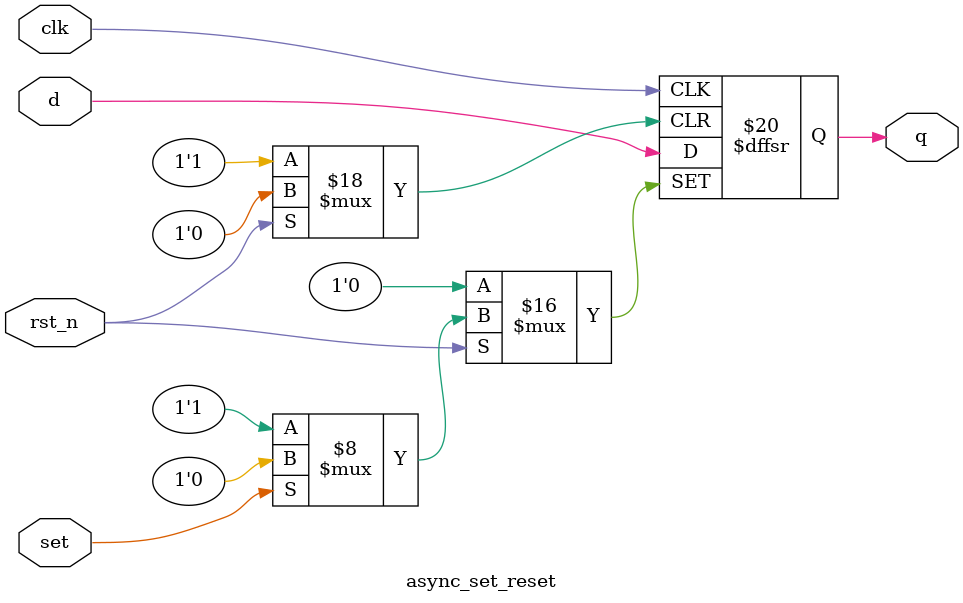
<source format=v>
module async_set_reset(clk,rst_n,set,d,q);
    input clk,rst_n,set,d;
    output reg q;
    always @(posedge clk,negedge rst_n,negedge set)
        begin
            if(!rst_n)
                q<=0;
            else if(!set)
                q<=1;
            else
                q<=d;
        end
endmodule

</source>
